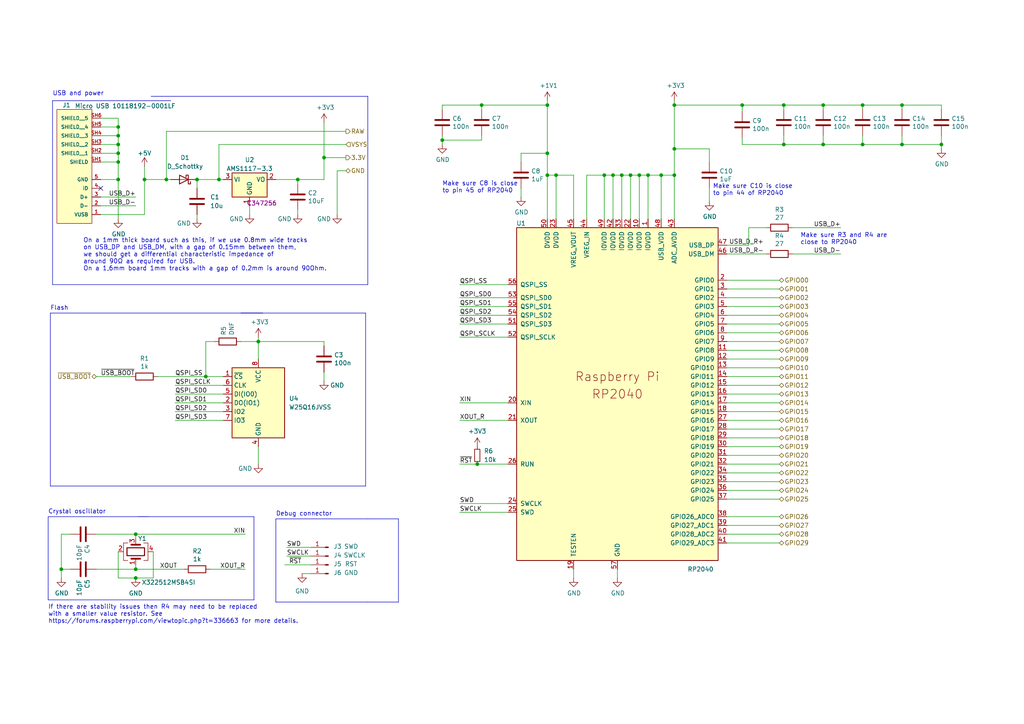
<source format=kicad_sch>
(kicad_sch (version 20231120) (generator "eeschema") (generator_version "8.0")
  (paper "A4")
  (lib_symbols
    (symbol "Connector:Conn_01x01_Pin" (pin_names (offset 1.016) hide)
      (property "Reference" "J" (at 0 2.54 0))
      (property "Value" "Conn_01x01_Pin" (at 0 -2.54 0))
      (symbol "Conn_01x01_Pin_1_1"
        (polyline (pts (xy 1.27 0) (xy 0.8636 0)) (stroke (width 0.1524)))
        (rectangle (start 0.8636 0.127) (end 0 -0.127) (stroke (width 0.1524)) (fill (type outline)))
        (pin passive line (at 5.08 0 180) (length 3.81) (name "Pin_1") (number "1"))
      )
    )
    (symbol "Custom_Symbols:RP2040" (pin_names (offset 1.016))
      (property "Reference" "U" (at -29.21 49.53 0))
      (property "Value" "RP2040" (at 24.13 -49.53 0))
      (symbol "RP2040_0_0"
        (text "Raspberry Pi" (at 0 5.08 0) (effects (font (size 2.54 2.54))))
        (text "RP2040" (at 0 0 0) (effects (font (size 2.54 2.54))))
      )
      (symbol "RP2040_0_1"
        (rectangle (start 29.21 48.26) (end -29.21 -48.26) (stroke (width 0.254)) (fill (type background)))
      )
      (symbol "RP2040_1_1"
        (pin power_in line (at 8.89 50.8 270) (length 2.54) (name "IOVDD") (number "1"))
        (pin power_in line (at 6.35 50.8 270) (length 2.54) (name "IOVDD") (number "10"))
        (pin bidirectional line (at 31.75 12.7 180) (length 2.54) (name "GPIO8") (number "11"))
        (pin bidirectional line (at 31.75 10.16 180) (length 2.54) (name "GPIO9") (number "12"))
        (pin bidirectional line (at 31.75 7.62 180) (length 2.54) (name "GPIO10") (number "13"))
        (pin bidirectional line (at 31.75 5.08 180) (length 2.54) (name "GPIO11") (number "14"))
        (pin bidirectional line (at 31.75 2.54 180) (length 2.54) (name "GPIO12") (number "15"))
        (pin bidirectional line (at 31.75 0 180) (length 2.54) (name "GPIO13") (number "16"))
        (pin bidirectional line (at 31.75 -2.54 180) (length 2.54) (name "GPIO14") (number "17"))
        (pin bidirectional line (at 31.75 -5.08 180) (length 2.54) (name "GPIO15") (number "18"))
        (pin passive line (at -12.7 -50.8 90) (length 2.54) (name "TESTEN") (number "19"))
        (pin bidirectional line (at 31.75 33.02 180) (length 2.54) (name "GPIO0") (number "2"))
        (pin input line (at -31.75 -2.54 0) (length 2.54) (name "XIN") (number "20"))
        (pin passive line (at -31.75 -7.62 0) (length 2.54) (name "XOUT") (number "21"))
        (pin power_in line (at 3.81 50.8 270) (length 2.54) (name "IOVDD") (number "22"))
        (pin power_in line (at -17.78 50.8 270) (length 2.54) (name "DVDD") (number "23"))
        (pin output line (at -31.75 -31.75 0) (length 2.54) (name "SWCLK") (number "24"))
        (pin bidirectional line (at -31.75 -34.29 0) (length 2.54) (name "SWD") (number "25"))
        (pin input line (at -31.75 -20.32 0) (length 2.54) (name "RUN") (number "26"))
        (pin bidirectional line (at 31.75 -7.62 180) (length 2.54) (name "GPIO16") (number "27"))
        (pin bidirectional line (at 31.75 -10.16 180) (length 2.54) (name "GPIO17") (number "28"))
        (pin bidirectional line (at 31.75 -12.7 180) (length 2.54) (name "GPIO18") (number "29"))
        (pin bidirectional line (at 31.75 30.48 180) (length 2.54) (name "GPIO1") (number "3"))
        (pin bidirectional line (at 31.75 -15.24 180) (length 2.54) (name "GPIO19") (number "30"))
        (pin bidirectional line (at 31.75 -17.78 180) (length 2.54) (name "GPIO20") (number "31"))
        (pin bidirectional line (at 31.75 -20.32 180) (length 2.54) (name "GPIO21") (number "32"))
        (pin power_in line (at 1.27 50.8 270) (length 2.54) (name "IOVDD") (number "33"))
        (pin bidirectional line (at 31.75 -22.86 180) (length 2.54) (name "GPIO22") (number "34"))
        (pin bidirectional line (at 31.75 -25.4 180) (length 2.54) (name "GPIO23") (number "35"))
        (pin bidirectional line (at 31.75 -27.94 180) (length 2.54) (name "GPIO24") (number "36"))
        (pin bidirectional line (at 31.75 -30.48 180) (length 2.54) (name "GPIO25") (number "37"))
        (pin bidirectional line (at 31.75 -35.56 180) (length 2.54) (name "GPIO26_ADC0") (number "38"))
        (pin bidirectional line (at 31.75 -38.1 180) (length 2.54) (name "GPIO27_ADC1") (number "39"))
        (pin bidirectional line (at 31.75 27.94 180) (length 2.54) (name "GPIO2") (number "4"))
        (pin bidirectional line (at 31.75 -40.64 180) (length 2.54) (name "GPIO28_ADC2") (number "40"))
        (pin bidirectional line (at 31.75 -43.18 180) (length 2.54) (name "GPIO29_ADC3") (number "41"))
        (pin power_in line (at -1.27 50.8 270) (length 2.54) (name "IOVDD") (number "42"))
        (pin power_in line (at 16.51 50.8 270) (length 2.54) (name "ADC_AVDD") (number "43"))
        (pin power_in line (at -8.89 50.8 270) (length 2.54) (name "VREG_IN") (number "44"))
        (pin power_out line (at -12.7 50.8 270) (length 2.54) (name "VREG_VOUT") (number "45"))
        (pin bidirectional line (at 31.75 40.64 180) (length 2.54) (name "USB_DM") (number "46"))
        (pin bidirectional line (at 31.75 43.18 180) (length 2.54) (name "USB_DP") (number "47"))
        (pin power_in line (at 12.7 50.8 270) (length 2.54) (name "USB_VDD") (number "48"))
        (pin power_in line (at -3.81 50.8 270) (length 2.54) (name "IOVDD") (number "49"))
        (pin bidirectional line (at 31.75 25.4 180) (length 2.54) (name "GPIO3") (number "5"))
        (pin power_in line (at -20.32 50.8 270) (length 2.54) (name "DVDD") (number "50"))
        (pin bidirectional line (at -31.75 20.32 0) (length 2.54) (name "QSPI_SD3") (number "51"))
        (pin output line (at -31.75 16.51 0) (length 2.54) (name "QSPI_SCLK") (number "52"))
        (pin bidirectional line (at -31.75 27.94 0) (length 2.54) (name "QSPI_SD0") (number "53"))
        (pin bidirectional line (at -31.75 22.86 0) (length 2.54) (name "QSPI_SD2") (number "54"))
        (pin bidirectional line (at -31.75 25.4 0) (length 2.54) (name "QSPI_SD1") (number "55"))
        (pin bidirectional line (at -31.75 31.75 0) (length 2.54) (name "QSPI_SS") (number "56"))
        (pin power_in line (at 0 -50.8 90) (length 2.54) (name "GND") (number "57"))
        (pin bidirectional line (at 31.75 22.86 180) (length 2.54) (name "GPIO4") (number "6"))
        (pin bidirectional line (at 31.75 20.32 180) (length 2.54) (name "GPIO5") (number "7"))
        (pin bidirectional line (at 31.75 17.78 180) (length 2.54) (name "GPIO6") (number "8"))
        (pin bidirectional line (at 31.75 15.24 180) (length 2.54) (name "GPIO7") (number "9"))
      )
    )
    (symbol "Device:C" (pin_numbers hide) (pin_names (offset 0.254))
      (property "Reference" "C" (at 0.635 2.54 0))
      (property "Value" "C" (at 0.635 -2.54 0))
      (symbol "C_0_1"
        (polyline (pts (xy -2.032 -0.762) (xy 2.032 -0.762)) (stroke (width 0.508)))
        (polyline (pts (xy -2.032 0.762) (xy 2.032 0.762)) (stroke (width 0.508)))
      )
      (symbol "C_1_1"
        (pin passive line (at 0 3.81 270) (length 2.794) (name "~") (number "1"))
        (pin passive line (at 0 -3.81 90) (length 2.794) (name "~") (number "2"))
      )
    )
    (symbol "Device:Crystal_GND24" (pin_names (offset 1.016) hide)
      (property "Reference" "Y" (at 3.175 5.08 0))
      (property "Value" "Crystal_GND24" (at 3.175 3.175 0))
      (symbol "Crystal_GND24_0_1"
        (rectangle (start -1.143 2.54) (end 1.143 -2.54) (stroke (width 0.3048)))
        (polyline (pts (xy -2.54 0) (xy -2.032 0)))
        (polyline (pts (xy -2.032 -1.27) (xy -2.032 1.27)) (stroke (width 0.508)))
        (polyline (pts (xy 0 -3.81) (xy 0 -3.556)))
        (polyline (pts (xy 0 3.556) (xy 0 3.81)))
        (polyline (pts (xy 2.032 -1.27) (xy 2.032 1.27)) (stroke (width 0.508)))
        (polyline (pts (xy 2.032 0) (xy 2.54 0)))
        (polyline (pts (xy -2.54 -2.286) (xy -2.54 -3.556) (xy 2.54 -3.556) (xy 2.54 -2.286)))
        (polyline (pts (xy -2.54 2.286) (xy -2.54 3.556) (xy 2.54 3.556) (xy 2.54 2.286)))
      )
      (symbol "Crystal_GND24_1_1"
        (pin passive line (at -3.81 0 0) (length 1.27) (name "1") (number "1"))
        (pin passive line (at 0 5.08 270) (length 1.27) (name "2") (number "2"))
        (pin passive line (at 3.81 0 180) (length 1.27) (name "3") (number "3"))
        (pin passive line (at 0 -5.08 90) (length 1.27) (name "4") (number "4"))
      )
    )
    (symbol "Device:D_Schottky" (pin_numbers hide) (pin_names (offset 1.016) hide)
      (property "Reference" "D" (at 0 2.54 0))
      (property "Value" "D_Schottky" (at 0 -2.54 0))
      (symbol "D_Schottky_0_1"
        (polyline (pts (xy 1.27 0) (xy -1.27 0)))
        (polyline (pts (xy 1.27 1.27) (xy 1.27 -1.27) (xy -1.27 0) (xy 1.27 1.27)) (stroke (width 0.254)))
        (polyline (pts (xy -1.905 0.635) (xy -1.905 1.27) (xy -1.27 1.27) (xy -1.27 -1.27) (xy -0.635 -1.27) (xy -0.635 -0.635)) (stroke (width 0.254)))
      )
      (symbol "D_Schottky_1_1"
        (pin passive line (at -3.81 0 0) (length 2.54) (name "K") (number "1"))
        (pin passive line (at 3.81 0 180) (length 2.54) (name "A") (number "2"))
      )
    )
    (symbol "Device:R" (pin_numbers hide) (pin_names (offset 0))
      (property "Reference" "R" (at 2.032 0 90))
      (property "Value" "R" (at 0 0 90))
      (symbol "R_0_1"
        (rectangle (start -1.016 -2.54) (end 1.016 2.54) (stroke (width 0.254)))
      )
      (symbol "R_1_1"
        (pin passive line (at 0 3.81 270) (length 1.27) (name "~") (number "1"))
        (pin passive line (at 0 -3.81 90) (length 1.27) (name "~") (number "2"))
      )
    )
    (symbol "Device:R_Small" (pin_numbers hide) (pin_names (offset 0.254) hide)
      (property "Reference" "R" (at 0.762 0.508 0))
      (property "Value" "R_Small" (at 0.762 -1.016 0))
      (symbol "R_Small_0_1"
        (rectangle (start -0.762 1.778) (end 0.762 -1.778) (stroke (width 0.2032)))
      )
      (symbol "R_Small_1_1"
        (pin passive line (at 0 2.54 270) (length 0.762) (name "~") (number "1"))
        (pin passive line (at 0 -2.54 90) (length 0.762) (name "~") (number "2"))
      )
    )
    (symbol "Memory_Flash:W25Q16JVSS"
      (property "Reference" "U" (at -6.35 11.43 0))
      (property "Value" "W25Q16JVSS" (at 7.62 11.43 0))
      (symbol "W25Q16JVSS_0_1"
        (rectangle (start -7.62 10.16) (end 7.62 -10.16) (stroke (width 0.254)) (fill (type background)))
      )
      (symbol "W25Q16JVSS_1_1"
        (pin input line (at -10.16 7.62 0) (length 2.54) (name "~{CS}") (number "1"))
        (pin bidirectional line (at -10.16 0 0) (length 2.54) (name "DO(IO1)") (number "2"))
        (pin bidirectional line (at -10.16 -2.54 0) (length 2.54) (name "IO2") (number "3"))
        (pin power_in line (at 0 -12.7 90) (length 2.54) (name "GND") (number "4"))
        (pin bidirectional line (at -10.16 2.54 0) (length 2.54) (name "DI(IO0)") (number "5"))
        (pin input line (at -10.16 5.08 0) (length 2.54) (name "CLK") (number "6"))
        (pin bidirectional line (at -10.16 -5.08 0) (length 2.54) (name "IO3") (number "7"))
        (pin power_in line (at 0 12.7 270) (length 2.54) (name "VCC") (number "8"))
      )
    )
    (symbol "_Own_Library:AMS1117-3.3 SOT-89"
      (property "Reference" "U" (at -3.81 3.175 0))
      (property "Value" "AMS1117-3.3 SOT-89" (at 0 3.175 0))
      (property "JLCPCB" "C347256" (at 0 0 0))
      (symbol "AMS1117-3.3 SOT-89_0_1"
        (rectangle (start -5.08 -5.08) (end 5.08 1.905) (stroke (width 0.254)) (fill (type background)))
      )
      (symbol "AMS1117-3.3 SOT-89_1_1"
        (pin power_in line (at 0 -7.62 90) (length 2.54) (name "GND") (number "1"))
        (pin power_out line (at 7.62 0 180) (length 2.54) (name "VO") (number "2"))
        (pin power_in line (at -7.62 0 0) (length 2.54) (name "VI") (number "3"))
      )
    )
    (symbol "_Own_Library:Micro USB 10118192-0001LF" (pin_names (offset 1.016))
      (property "Reference" "J" (at -5.0862 10.681 0))
      (property "Value" "Micro USB 10118192-0001LF" (at -5.0882 -25.4205 0))
      (symbol "Micro USB 10118192-0001LF_0_0"
        (rectangle (start -5.08 10.16) (end 5.08 -22.86) (stroke (width 0.1524)) (fill (type background)))
        (pin passive line (at -7.62 7.62 0) (length 2.54) (name "VUSB") (number "1"))
        (pin passive line (at -7.62 5.08 0) (length 2.54) (name "D-") (number "2"))
        (pin passive line (at -7.62 2.54 0) (length 2.54) (name "D+") (number "3"))
        (pin passive line (at -7.62 0 0) (length 2.54) (name "ID") (number "4"))
        (pin passive line (at -7.62 -2.54 0) (length 2.54) (name "GND") (number "5"))
        (pin passive line (at -7.62 -7.62 0) (length 2.54) (name "SHIELD") (number "SH1"))
        (pin passive line (at -7.62 -10.16 0) (length 2.54) (name "SHIELD__1") (number "SH2"))
        (pin passive line (at -7.62 -12.7 0) (length 2.54) (name "SHIELD__2") (number "SH3"))
        (pin passive line (at -7.62 -15.24 0) (length 2.54) (name "SHIELD__3") (number "SH4"))
        (pin passive line (at -7.62 -17.78 0) (length 2.54) (name "SHIELD__4") (number "SH5"))
        (pin passive line (at -7.62 -20.32 0) (length 2.54) (name "SHIELD__5") (number "SH6"))
      )
    )
    (symbol "power:+1V1" (power) (pin_names (offset 0))
      (property "Value" "+1V1" (at 0 3.556 0))
      (symbol "+1V1_0_1"
        (polyline (pts (xy -0.762 1.27) (xy 0 2.54)))
        (polyline (pts (xy 0 0) (xy 0 2.54)))
        (polyline (pts (xy 0 2.54) (xy 0.762 1.27)))
      )
      (symbol "+1V1_1_1"
        (pin power_in line (at 0 0 90) (length 0) hide (name "+1V1") (number "1"))
      )
    )
    (symbol "power:+3V3" (power) (pin_names (offset 0))
      (property "Value" "+3V3" (at 0 3.556 0))
      (symbol "+3V3_0_1"
        (polyline (pts (xy -0.762 1.27) (xy 0 2.54)))
        (polyline (pts (xy 0 0) (xy 0 2.54)))
        (polyline (pts (xy 0 2.54) (xy 0.762 1.27)))
      )
      (symbol "+3V3_1_1"
        (pin power_in line (at 0 0 90) (length 0) hide (name "+3V3") (number "1"))
      )
    )
    (symbol "power:+5V" (power) (pin_names (offset 0))
      (property "Value" "+5V" (at 0 3.556 0))
      (symbol "+5V_0_1"
        (polyline (pts (xy -0.762 1.27) (xy 0 2.54)))
        (polyline (pts (xy 0 0) (xy 0 2.54)))
        (polyline (pts (xy 0 2.54) (xy 0.762 1.27)))
      )
      (symbol "+5V_1_1"
        (pin power_in line (at 0 0 90) (length 0) hide (name "+5V") (number "1"))
      )
    )
    (symbol "power:GND" (power) (pin_names (offset 0))
      (property "Value" "GND" (at 0 -3.81 0))
      (symbol "GND_0_1"
        (polyline (pts (xy 0 0) (xy 0 -1.27) (xy 1.27 -1.27) (xy 0 -2.54) (xy -1.27 -1.27) (xy 0 -1.27)))
      )
      (symbol "GND_1_1"
        (pin power_in line (at 0 0 270) (length 0) hide (name "GND") (number "1"))
      )
    )
  )
  (junction (at 238.76 41.91))
  (junction (at 86.36 52.07))
  (junction (at 39.37 154.94))
  (junction (at 158.75 44.45))
  (junction (at 250.19 30.48))
  (junction (at 175.26 50.8))
  (junction (at 261.62 41.91))
  (junction (at 48.26 52.07))
  (junction (at 39.37 165.1))
  (junction (at 273.05 41.91))
  (junction (at 128.27 40.64))
  (junction (at 93.98 45.72))
  (junction (at 158.75 50.8))
  (junction (at 34.29 46.99))
  (junction (at 41.91 52.07))
  (junction (at 161.29 50.8))
  (junction (at 34.29 52.07))
  (junction (at 57.15 52.07))
  (junction (at 34.29 36.83))
  (junction (at 34.29 41.91))
  (junction (at 250.19 41.91))
  (junction (at 261.62 30.48))
  (junction (at 63.5 52.07))
  (junction (at 195.58 43.18))
  (junction (at 34.29 44.45))
  (junction (at 195.58 30.48))
  (junction (at 39.37 167.64))
  (junction (at 158.75 30.48))
  (junction (at 177.8 50.8))
  (junction (at 182.88 50.8))
  (junction (at 215.265 30.48))
  (junction (at 185.42 50.8))
  (junction (at 227.33 30.48))
  (junction (at 238.76 30.48))
  (junction (at 59.69 109.22))
  (junction (at 227.33 41.91))
  (junction (at 74.93 99.06))
  (junction (at 187.96 50.8))
  (junction (at 34.29 39.37))
  (junction (at 17.78 165.1))
  (junction (at 191.77 50.8))
  (junction (at 139.7 30.48))
  (junction (at 138.43 134.62))
  (junction (at 180.34 50.8))
  (junction (at 195.58 50.8))
  (no_connect (at 29.21 54.61))
  (wire (pts (xy 139.7 31.75) (xy 139.7 30.48)))
  (wire (pts (xy 151.13 44.45) (xy 158.75 44.45)))
  (wire (pts (xy 59.69 109.22) (xy 64.77 109.22)))
  (wire (pts (xy 210.82 114.3) (xy 226.06 114.3)))
  (wire (pts (xy 133.35 146.05) (xy 147.32 146.05)))
  (wire (pts (xy 205.74 43.18) (xy 195.58 43.18)))
  (wire (pts (xy 217.17 66.04) (xy 222.25 66.04)))
  (wire (pts (xy 50.8 121.92) (xy 64.77 121.92)))
  (wire (pts (xy 41.91 48.26) (xy 41.91 52.07)))
  (wire (pts (xy 128.27 40.64) (xy 128.27 41.91)))
  (wire (pts (xy 273.05 41.91) (xy 273.05 43.18)))
  (wire (pts (xy 139.7 40.64) (xy 139.7 39.37)))
  (wire (pts (xy 229.87 73.66) (xy 243.84 73.66)))
  (wire (pts (xy 210.82 127) (xy 226.06 127)))
  (wire (pts (xy 261.62 30.48) (xy 273.05 30.48)))
  (wire (pts (xy 128.27 39.37) (xy 128.27 40.64)))
  (wire (pts (xy 238.76 30.48) (xy 250.19 30.48)))
  (wire (pts (xy 166.37 63.5) (xy 166.37 50.8)))
  (wire (pts (xy 215.265 41.91) (xy 227.33 41.91)))
  (wire (pts (xy 57.15 63.5) (xy 57.15 62.23)))
  (wire (pts (xy 41.91 52.07) (xy 48.26 52.07)))
  (wire (pts (xy 86.36 53.34) (xy 86.36 52.07)))
  (wire (pts (xy 29.21 41.91) (xy 34.29 41.91)))
  (polyline (pts (xy 73.66 173.99) (xy 73.66 149.86)))
  (wire (pts (xy 273.05 39.37) (xy 273.05 41.91)))
  (wire (pts (xy 215.265 40.005) (xy 215.265 41.91)))
  (wire (pts (xy 180.34 50.8) (xy 182.88 50.8)))
  (wire (pts (xy 93.98 45.72) (xy 93.98 35.56)))
  (wire (pts (xy 185.42 50.8) (xy 187.96 50.8)))
  (polyline (pts (xy 43.815 27.94) (xy 106.68 27.94)))
  (wire (pts (xy 29.21 52.07) (xy 34.29 52.07)))
  (wire (pts (xy 86.36 60.96) (xy 86.36 62.23)))
  (polyline (pts (xy 40.005 149.86) (xy 73.66 149.86)))
  (wire (pts (xy 74.93 97.79) (xy 74.93 99.06)))
  (wire (pts (xy 133.35 116.84) (xy 147.32 116.84)))
  (wire (pts (xy 170.18 50.8) (xy 175.26 50.8)))
  (wire (pts (xy 170.18 63.5) (xy 170.18 50.8)))
  (wire (pts (xy 44.45 167.64) (xy 39.37 167.64)))
  (wire (pts (xy 210.82 154.94) (xy 226.06 154.94)))
  (wire (pts (xy 39.37 165.1) (xy 53.34 165.1)))
  (wire (pts (xy 250.19 39.37) (xy 250.19 41.91)))
  (wire (pts (xy 29.21 44.45) (xy 34.29 44.45)))
  (wire (pts (xy 29.21 34.29) (xy 34.29 34.29)))
  (wire (pts (xy 182.88 63.5) (xy 182.88 50.8)))
  (wire (pts (xy 191.77 63.5) (xy 191.77 50.8)))
  (wire (pts (xy 227.33 39.37) (xy 227.33 41.91)))
  (wire (pts (xy 250.19 30.48) (xy 261.62 30.48)))
  (polyline (pts (xy 13.97 149.86) (xy 13.97 173.99)))
  (polyline (pts (xy 80.01 150.495) (xy 106.68 150.495)))
  (wire (pts (xy 238.76 31.75) (xy 238.76 30.48)))
  (wire (pts (xy 39.37 156.21) (xy 39.37 154.94)))
  (wire (pts (xy 128.27 31.75) (xy 128.27 30.48)))
  (wire (pts (xy 20.32 165.1) (xy 17.78 165.1)))
  (wire (pts (xy 210.82 96.52) (xy 226.06 96.52)))
  (wire (pts (xy 210.82 109.22) (xy 226.06 109.22)))
  (wire (pts (xy 63.5 41.91) (xy 63.5 52.07)))
  (wire (pts (xy 87.63 166.37) (xy 90.17 166.37)))
  (wire (pts (xy 133.35 91.44) (xy 147.32 91.44)))
  (wire (pts (xy 215.265 32.385) (xy 215.265 30.48)))
  (wire (pts (xy 133.35 86.36) (xy 147.32 86.36)))
  (wire (pts (xy 80.01 52.07) (xy 86.36 52.07)))
  (wire (pts (xy 210.82 129.54) (xy 226.06 129.54)))
  (polyline (pts (xy 106.68 82.55) (xy 106.68 27.94)))
  (polyline (pts (xy 80.01 150.495) (xy 80.01 174.625)))
  (wire (pts (xy 138.43 134.62) (xy 147.32 134.62)))
  (wire (pts (xy 49.53 52.07) (xy 48.26 52.07)))
  (wire (pts (xy 210.82 91.44) (xy 226.06 91.44)))
  (wire (pts (xy 50.8 111.76) (xy 64.77 111.76)))
  (wire (pts (xy 34.29 167.64) (xy 39.37 167.64)))
  (polyline (pts (xy 115.57 150.495) (xy 115.57 174.625)))
  (wire (pts (xy 261.62 41.91) (xy 273.05 41.91)))
  (wire (pts (xy 179.07 165.1) (xy 179.07 167.64)))
  (wire (pts (xy 133.35 134.62) (xy 138.43 134.62)))
  (polyline (pts (xy 76.2 90.805) (xy 14.605 90.805)))
  (wire (pts (xy 177.8 50.8) (xy 180.34 50.8)))
  (wire (pts (xy 133.35 148.59) (xy 147.32 148.59)))
  (wire (pts (xy 273.05 31.75) (xy 273.05 30.48)))
  (polyline (pts (xy 13.97 173.99) (xy 73.66 173.99)))
  (wire (pts (xy 128.27 30.48) (xy 139.7 30.48)))
  (wire (pts (xy 210.82 134.62) (xy 226.06 134.62)))
  (wire (pts (xy 210.82 111.76) (xy 226.06 111.76)))
  (wire (pts (xy 39.37 154.94) (xy 71.12 154.94)))
  (wire (pts (xy 27.94 109.22) (xy 38.1 109.22)))
  (wire (pts (xy 59.69 99.06) (xy 62.23 99.06)))
  (wire (pts (xy 210.82 152.4) (xy 226.06 152.4)))
  (wire (pts (xy 86.36 52.07) (xy 93.98 52.07)))
  (wire (pts (xy 139.7 30.48) (xy 158.75 30.48)))
  (wire (pts (xy 195.58 50.8) (xy 195.58 63.5)))
  (wire (pts (xy 34.29 160.02) (xy 34.29 167.64)))
  (wire (pts (xy 29.21 39.37) (xy 34.29 39.37)))
  (wire (pts (xy 93.98 99.06) (xy 74.93 99.06)))
  (wire (pts (xy 151.13 54.61) (xy 151.13 57.15)))
  (wire (pts (xy 57.15 52.07) (xy 57.15 54.61)))
  (wire (pts (xy 158.75 44.45) (xy 158.75 50.8)))
  (wire (pts (xy 74.93 99.06) (xy 74.93 104.14)))
  (wire (pts (xy 161.29 50.8) (xy 158.75 50.8)))
  (wire (pts (xy 83.185 161.29) (xy 90.17 161.29)))
  (wire (pts (xy 210.82 83.82) (xy 226.06 83.82)))
  (wire (pts (xy 133.35 93.98) (xy 147.32 93.98)))
  (wire (pts (xy 261.62 31.75) (xy 261.62 30.48)))
  (wire (pts (xy 180.34 63.5) (xy 180.34 50.8)))
  (wire (pts (xy 210.82 119.38) (xy 226.06 119.38)))
  (wire (pts (xy 227.33 31.75) (xy 227.33 30.48)))
  (wire (pts (xy 182.88 50.8) (xy 185.42 50.8)))
  (polyline (pts (xy 15.24 82.55) (xy 106.68 82.55)))
  (wire (pts (xy 210.82 121.92) (xy 226.06 121.92)))
  (wire (pts (xy 69.85 99.06) (xy 74.93 99.06)))
  (wire (pts (xy 34.29 63.5) (xy 34.29 52.07)))
  (wire (pts (xy 57.15 52.07) (xy 63.5 52.07)))
  (wire (pts (xy 74.93 129.54) (xy 74.93 134.62)))
  (wire (pts (xy 41.91 62.23) (xy 41.91 52.07)))
  (wire (pts (xy 29.21 57.15) (xy 39.37 57.15)))
  (polyline (pts (xy 43.18 149.86) (xy 13.97 149.86)))
  (wire (pts (xy 34.29 34.29) (xy 34.29 36.83)))
  (wire (pts (xy 187.96 50.8) (xy 191.77 50.8)))
  (wire (pts (xy 27.94 154.94) (xy 39.37 154.94)))
  (wire (pts (xy 210.82 71.12) (xy 217.17 71.12)))
  (wire (pts (xy 227.33 30.48) (xy 238.76 30.48)))
  (wire (pts (xy 166.37 165.1) (xy 166.37 167.64)))
  (wire (pts (xy 210.82 124.46) (xy 226.06 124.46)))
  (wire (pts (xy 100.33 38.1) (xy 48.26 38.1)))
  (wire (pts (xy 210.82 157.48) (xy 226.06 157.48)))
  (wire (pts (xy 29.21 59.69) (xy 39.37 59.69)))
  (wire (pts (xy 39.37 163.83) (xy 39.37 165.1)))
  (wire (pts (xy 238.76 41.91) (xy 227.33 41.91)))
  (wire (pts (xy 217.17 66.04) (xy 217.17 71.12)))
  (polyline (pts (xy 49.53 29.21) (xy 15.24 29.21)))
  (wire (pts (xy 215.265 30.48) (xy 227.33 30.48)))
  (wire (pts (xy 63.5 52.07) (xy 64.77 52.07)))
  (wire (pts (xy 161.29 63.5) (xy 161.29 50.8)))
  (wire (pts (xy 195.58 30.48) (xy 195.58 43.18)))
  (wire (pts (xy 210.82 104.14) (xy 226.06 104.14)))
  (wire (pts (xy 93.98 107.95) (xy 93.98 110.49)))
  (wire (pts (xy 238.76 39.37) (xy 238.76 41.91)))
  (wire (pts (xy 210.82 139.7) (xy 226.06 139.7)))
  (wire (pts (xy 17.78 154.94) (xy 17.78 165.1)))
  (wire (pts (xy 72.39 59.69) (xy 72.39 62.23)))
  (wire (pts (xy 210.82 142.24) (xy 226.06 142.24)))
  (wire (pts (xy 185.42 63.5) (xy 185.42 50.8)))
  (wire (pts (xy 210.82 81.28) (xy 226.06 81.28)))
  (wire (pts (xy 34.29 41.91) (xy 34.29 39.37)))
  (wire (pts (xy 210.82 88.9) (xy 226.06 88.9)))
  (wire (pts (xy 48.26 38.1) (xy 48.26 52.07)))
  (wire (pts (xy 166.37 50.8) (xy 161.29 50.8)))
  (polyline (pts (xy 106.045 140.97) (xy 106.045 90.805)))
  (wire (pts (xy 195.58 43.18) (xy 195.58 50.8)))
  (wire (pts (xy 133.35 88.9) (xy 147.32 88.9)))
  (wire (pts (xy 97.79 49.53) (xy 97.79 62.23)))
  (wire (pts (xy 20.32 154.94) (xy 17.78 154.94)))
  (wire (pts (xy 205.74 46.99) (xy 205.74 43.18)))
  (wire (pts (xy 90.17 163.83) (xy 82.55 163.83)))
  (wire (pts (xy 63.5 41.91) (xy 100.33 41.91)))
  (wire (pts (xy 50.8 114.3) (xy 64.77 114.3)))
  (wire (pts (xy 128.27 40.64) (xy 139.7 40.64)))
  (wire (pts (xy 45.72 109.22) (xy 59.69 109.22)))
  (wire (pts (xy 44.45 160.02) (xy 44.45 167.64)))
  (wire (pts (xy 191.77 50.8) (xy 195.58 50.8)))
  (wire (pts (xy 210.82 101.6) (xy 226.06 101.6)))
  (polyline (pts (xy 69.85 90.805) (xy 106.045 90.805)))
  (wire (pts (xy 93.98 45.72) (xy 100.33 45.72)))
  (wire (pts (xy 83.185 158.75) (xy 90.17 158.75)))
  (wire (pts (xy 100.33 49.53) (xy 97.79 49.53)))
  (polyline (pts (xy 14.605 90.805) (xy 14.605 140.97)))
  (wire (pts (xy 147.32 97.79) (xy 133.35 97.79)))
  (wire (pts (xy 210.82 73.66) (xy 222.25 73.66)))
  (wire (pts (xy 50.8 116.84) (xy 64.77 116.84)))
  (wire (pts (xy 151.13 46.99) (xy 151.13 44.45)))
  (wire (pts (xy 210.82 93.98) (xy 226.06 93.98)))
  (wire (pts (xy 195.58 30.48) (xy 215.265 30.48)))
  (wire (pts (xy 210.82 86.36) (xy 226.06 86.36)))
  (wire (pts (xy 261.62 41.91) (xy 250.19 41.91)))
  (polyline (pts (xy 14.605 140.97) (xy 106.045 140.97)))
  (wire (pts (xy 93.98 100.33) (xy 93.98 99.06)))
  (wire (pts (xy 175.26 50.8) (xy 177.8 50.8)))
  (polyline (pts (xy 15.24 29.21) (xy 15.24 82.55)))
  (wire (pts (xy 17.78 165.1) (xy 17.78 167.64)))
  (wire (pts (xy 210.82 149.86) (xy 226.06 149.86)))
  (wire (pts (xy 29.21 62.23) (xy 41.91 62.23)))
  (wire (pts (xy 34.29 52.07) (xy 34.29 46.99)))
  (wire (pts (xy 187.96 50.8) (xy 187.96 63.5)))
  (wire (pts (xy 93.98 52.07) (xy 93.98 45.72)))
  (wire (pts (xy 210.82 137.16) (xy 226.06 137.16)))
  (wire (pts (xy 210.82 116.84) (xy 226.06 116.84)))
  (wire (pts (xy 60.96 165.1) (xy 71.12 165.1)))
  (wire (pts (xy 34.29 36.83) (xy 29.21 36.83)))
  (wire (pts (xy 158.75 29.21) (xy 158.75 30.48)))
  (wire (pts (xy 229.87 66.04) (xy 243.84 66.04)))
  (wire (pts (xy 147.32 82.55) (xy 133.35 82.55)))
  (wire (pts (xy 27.94 165.1) (xy 39.37 165.1)))
  (wire (pts (xy 34.29 39.37) (xy 34.29 36.83)))
  (wire (pts (xy 210.82 106.68) (xy 226.06 106.68)))
  (wire (pts (xy 205.74 54.61) (xy 205.74 58.42)))
  (wire (pts (xy 210.82 144.78) (xy 226.06 144.78)))
  (polyline (pts (xy 106.68 150.495) (xy 115.57 150.495)))
  (wire (pts (xy 29.21 46.99) (xy 34.29 46.99)))
  (wire (pts (xy 261.62 39.37) (xy 261.62 41.91)))
  (wire (pts (xy 59.69 99.06) (xy 59.69 109.22)))
  (wire (pts (xy 177.8 63.5) (xy 177.8 50.8)))
  (wire (pts (xy 210.82 132.08) (xy 226.06 132.08)))
  (polyline (pts (xy 80.01 174.625) (xy 106.68 174.625)))
  (wire (pts (xy 158.75 50.8) (xy 158.75 63.5)))
  (wire (pts (xy 250.19 41.91) (xy 238.76 41.91)))
  (wire (pts (xy 50.8 119.38) (xy 64.77 119.38)))
  (wire (pts (xy 195.58 29.21) (xy 195.58 30.48)))
  (wire (pts (xy 158.75 30.48) (xy 158.75 44.45)))
  (polyline (pts (xy 115.57 174.625) (xy 106.68 174.625)))
  (wire (pts (xy 210.82 99.06) (xy 226.06 99.06)))
  (wire (pts (xy 147.32 121.92) (xy 133.35 121.92)))
  (wire (pts (xy 34.29 46.99) (xy 34.29 44.45)))
  (wire (pts (xy 250.19 31.75) (xy 250.19 30.48)))
  (wire (pts (xy 175.26 63.5) (xy 175.26 50.8)))
  (wire (pts (xy 34.29 44.45) (xy 34.29 41.91)))
  (text "Make sure C8 is close\nto pin 45 of RP2040" (at 128.27 56.134 0) (effects (font (size 1.27 1.27)) (justify left bottom)))
  (text "USB and power" (at 15.24 27.94 0) (effects (font (size 1.27 1.27)) (justify left bottom)))
  (text "Make sure C10 is close\nto pin 44 of RP2040" (at 206.756 56.896 0) (effects (font (size 1.27 1.27)) (justify left bottom)))
  (text "Make sure R3 and R4 are\nclose to RP2040" (at 232.156 71.12 0) (effects (font (size 1.27 1.27)) (justify left bottom)))
  (text "Debug connector" (at 80.01 149.86 0) (effects (font (size 1.27 1.27)) (justify left bottom)))
  (text "If there are stability issues then R4 may need to be replaced\nwith a smaller value resistor. See \nhttps://forums.raspberrypi.com/viewtopic.php?t=336663 for more details." (at 13.97 180.975 0) (effects (font (size 1.27 1.27)) (justify left bottom)))
  (text "On a 1mm thick board such as this, if we use 0.8mm wide tracks\non USB_DP and USB_DM, with a gap of 0.15mm between them,\nwe should get a differential characteristic impedance of\naround 90Ω as required for USB.\nOn a 1,6mm board 1mm tracks with a gap of 0.2mm is around 90Ohm." (at 24.13 73.914 0) (effects (font (size 1.27 1.27)) (justify left)))
  (text "Flash" (at 14.605 90.17 0) (effects (font (size 1.27 1.27)) (justify left bottom)))
  (text "Crystal oscillator" (at 13.97 149.225 0) (effects (font (size 1.27 1.27)) (justify left bottom)))
  (label "XOUT_R" (at 133.35 121.92 0))
  (label "QSPI_SD1" (at 133.35 88.9 0))
  (label "SWCLK" (at 83.185 161.29 0))
  (label "XOUT" (at 46.355 165.1 0))
  (label "USB_D-" (at 243.84 73.66 180))
  (label "QSPI_SCLK" (at 133.35 97.79 0))
  (label "QSPI_SD0" (at 50.8 114.3 0))
  (label "XIN" (at 133.35 116.84 0))
  (label "QSPI_SD2" (at 50.8 119.38 0))
  (label "SWD" (at 133.35 146.05 0))
  (label "QSPI_SD0" (at 133.35 86.36 0))
  (label "QSPI_SD3" (at 50.8 121.92 0))
  (label "QSPI_SD3" (at 133.35 93.98 0))
  (label "SWD" (at 83.185 158.75 0))
  (label "QSPI_SD1" (at 50.8 116.84 0))
  (label "USB_D_R-" (at 211.455 73.66 0))
  (label "QSPI_SS" (at 133.35 82.55 0))
  (label "~{RST}" (at 83.82 163.83 0))
  (label "QSPI_SCLK" (at 50.8 111.76 0))
  (label "USB_D+" (at 39.37 57.15 180))
  (label "SWCLK" (at 133.35 148.59 0))
  (label "QSPI_SS" (at 50.8 109.22 0))
  (label "QSPI_SD2" (at 133.35 91.44 0))
  (label "USB_D_R+" (at 211.455 71.12 0))
  (label "~{USB_BOOT}" (at 29.21 109.22 0))
  (label "~{RST}" (at 133.35 134.62 0))
  (label "XOUT_R" (at 71.12 165.1 180))
  (label "XIN" (at 71.12 154.94 180))
  (label "USB_D+" (at 243.84 66.04 180))
  (label "USB_D-" (at 39.37 59.69 180))
  (hierarchical_label "GPIO26" (shape bidirectional) (at 226.06 149.86 0))
  (hierarchical_label "GPIO00" (shape bidirectional) (at 226.06 81.28 0))
  (hierarchical_label "GPIO25" (shape bidirectional) (at 226.06 144.78 0))
  (hierarchical_label "RAW" (shape output) (at 100.33 38.1 0))
  (hierarchical_label "GPIO09" (shape bidirectional) (at 226.06 104.14 0))
  (hierarchical_label "GPIO01" (shape bidirectional) (at 226.06 83.82 0))
  (hierarchical_label "GND" (shape bidirectional) (at 100.33 49.53 0))
  (hierarchical_label "GPIO02" (shape bidirectional) (at 226.06 86.36 0))
  (hierarchical_label "VSYS" (shape input) (at 100.33 41.91 0))
  (hierarchical_label "GPIO17" (shape bidirectional) (at 226.06 124.46 0))
  (hierarchical_label "GPIO24" (shape bidirectional) (at 226.06 142.24 0))
  (hierarchical_label "GPIO27" (shape bidirectional) (at 226.06 152.4 0))
  (hierarchical_label "GPIO29" (shape bidirectional) (at 226.06 157.48 0))
  (hierarchical_label "GPIO06" (shape bidirectional) (at 226.06 96.52 0))
  (hierarchical_label "GPIO23" (shape bidirectional) (at 226.06 139.7 0))
  (hierarchical_label "GPIO04" (shape bidirectional) (at 226.06 91.44 0))
  (hierarchical_label "GPIO11" (shape bidirectional) (at 226.06 109.22 0))
  (hierarchical_label "GPIO13" (shape bidirectional) (at 226.06 114.3 0))
  (hierarchical_label "GPIO21" (shape bidirectional) (at 226.06 134.62 0))
  (hierarchical_label "GPIO08" (shape bidirectional) (at 226.06 101.6 0))
  (hierarchical_label "GPIO28" (shape bidirectional) (at 226.06 154.94 0))
  (hierarchical_label "GPIO22" (shape bidirectional) (at 226.06 137.16 0))
  (hierarchical_label "GPIO10" (shape bidirectional) (at 226.06 106.68 0))
  (hierarchical_label "GPIO19" (shape bidirectional) (at 226.06 129.54 0))
  (hierarchical_label "GPIO20" (shape bidirectional) (at 226.06 132.08 0))
  (hierarchical_label "GPIO07" (shape bidirectional) (at 226.06 99.06 0))
  (hierarchical_label "~{USB_BOOT}" (shape bidirectional) (at 27.94 109.22 180))
  (hierarchical_label "GPIO16" (shape bidirectional) (at 226.06 121.92 0))
  (hierarchical_label "GPIO05" (shape bidirectional) (at 226.06 93.98 0))
  (hierarchical_label "GPIO03" (shape bidirectional) (at 226.06 88.9 0))
  (hierarchical_label "GPIO15" (shape bidirectional) (at 226.06 119.38 0))
  (hierarchical_label "GPIO12" (shape bidirectional) (at 226.06 111.76 0))
  (hierarchical_label "GPIO18" (shape bidirectional) (at 226.06 127 0))
  (hierarchical_label "3.3V" (shape output) (at 100.33 45.72 0))
  (hierarchical_label "GPIO14" (shape bidirectional) (at 226.06 116.84 0))
  (symbol (lib_id "power:+5V") (at 41.91 48.26 0) (unit 1)
    (property "Reference" "#PWR0113" (effects (hide yes)))
    (property "Value" "+5V" (at 41.91 44.45 0))
  )
  (symbol (lib_id "power:GND") (at 72.39 62.23 0) (unit 1)
    (property "Reference" "#PWR0110" (effects (hide yes)))
    (property "Value" "GND" (at 68.58 63.5 0))
  )
  (symbol (lib_id "power:+1V1") (at 158.75 29.21 0) (unit 1)
    (property "Reference" "#PWR037" (effects (hide yes)))
    (property "Value" "+1V1" (at 159.131 24.8158 0))
  )
  (symbol (lib_id "power:GND") (at 179.07 167.64 0) (unit 1)
    (property "Reference" "#PWR039" (effects (hide yes)))
    (property "Value" "GND" (at 179.197 172.0342 0))
  )
  (symbol (lib_id "Device:C") (at 205.74 50.8 0) (unit 1)
    (property "Reference" "C10" (at 208.661 49.6316 0) (effects (justify left)))
    (property "Value" "1uF" (at 208.661 51.943 0) (effects (justify left)))
    (property "Footprint" "Capacitor_SMD:C_0402_1005Metric" (effects (hide yes)))
    (property "MPN - JLCPCB" "C52923" (effects (hide yes)))
  )
  (symbol (lib_id "power:GND") (at 34.29 63.5 0) (unit 1)
    (property "Reference" "#PWR03" (effects (hide yes)))
    (property "Value" "GND" (at 34.417 67.8942 0))
  )
  (symbol (lib_id "Device:Crystal_GND24") (at 39.37 160.02 90) (unit 1)
    (property "Reference" "Y1" (at 41.275 156.21 90))
    (property "Value" "X322512MSB4SI" (at 48.895 168.91 90))
    (property "Footprint" "Crystal:Crystal_SMD_3225-4Pin_3.2x2.5mm" (effects (hide yes)))
    (property "MPN - JLCPCB" "C9002" (effects (hide yes)))
  )
  (symbol (lib_id "Custom_Symbols:RP2040") (at 179.07 114.3 0) (unit 1)
    (property "Reference" "U1" (at 151.13 64.77 0))
    (property "Value" "RP2040" (at 203.2 165.1 0))
    (property "Footprint" "_Neil:QFN56P40_700X700X90L40X18T310N" (effects (hide yes)))
    (property "Datasheet" "https://datasheets.raspberrypi.com/rp2040/rp2040-datasheet.pdf" (effects (hide yes)))
    (property "MPN - JLCPCB" "C2040" (effects (hide yes)))
  )
  (symbol (lib_id "power:+3V3") (at 138.43 129.54 0) (unit 1)
    (property "Reference" "#PWR02" (effects (hide yes)))
    (property "Value" "+3V3" (at 138.43 125.095 0))
  )
  (symbol (lib_id "Device:R") (at 41.91 109.22 270) (unit 1)
    (property "Reference" "R1" (at 41.91 103.9622 90))
    (property "Value" "1k" (at 41.91 106.2736 90))
    (property "Footprint" "Resistor_SMD:R_0402_1005Metric" (effects (hide yes)))
    (property "MPN - JLCPCB" "C11702" (effects (hide yes)))
  )
  (symbol (lib_id "power:GND") (at 205.74 58.42 0) (unit 1)
    (property "Reference" "#PWR08" (effects (hide yes)))
    (property "Value" "GND" (at 205.867 62.8142 0))
  )
  (symbol (lib_id "power:GND") (at 39.37 167.64 0) (unit 1)
    (property "Reference" "#PWR05" (effects (hide yes)))
    (property "Value" "GND" (at 39.37 172.085 0))
  )
  (symbol (lib_id "Device:C") (at 227.33 35.56 0) (unit 1)
    (property "Reference" "C11" (at 230.251 34.3916 0) (effects (justify left)))
    (property "Value" "100n" (at 230.251 36.703 0) (effects (justify left)))
    (property "Footprint" "Capacitor_SMD:C_0402_1005Metric" (effects (hide yes)))
    (property "MPN - JLCPCB" "C52923" (effects (hide yes)))
  )
  (symbol (lib_id "Device:C") (at 215.265 36.195 0) (unit 1)
    (property "Reference" "C9" (at 218.186 35.0266 0) (effects (justify left)))
    (property "Value" "100n" (at 218.186 37.338 0) (effects (justify left)))
    (property "Footprint" "Capacitor_SMD:C_0402_1005Metric" (effects (hide yes)))
    (property "MPN - JLCPCB" "C52923" (effects (hide yes)))
  )
  (symbol (lib_id "Device:C") (at 128.27 35.56 0) (unit 1)
    (property "Reference" "C6" (at 131.191 34.3916 0) (effects (justify left)))
    (property "Value" "100n" (at 131.191 36.703 0) (effects (justify left)))
    (property "Footprint" "Capacitor_SMD:C_0402_1005Metric" (effects (hide yes)))
    (property "MPN - JLCPCB" "C52923" (effects (hide yes)))
  )
  (symbol (lib_id "Device:C") (at 261.62 35.56 0) (unit 1)
    (property "Reference" "C14" (at 264.541 34.3916 0) (effects (justify left)))
    (property "Value" "100n" (at 264.541 36.703 0) (effects (justify left)))
    (property "Footprint" "Capacitor_SMD:C_0402_1005Metric" (effects (hide yes)))
    (property "MPN - JLCPCB" "C52923" (effects (hide yes)))
  )
  (symbol (lib_id "power:GND") (at 273.05 43.18 0) (unit 1)
    (property "Reference" "#PWR042" (effects (hide yes)))
    (property "Value" "GND" (at 273.177 47.5742 0))
  )
  (symbol (lib_id "Connector:Conn_01x01_Pin") (at 95.25 163.83 180) (unit 1)
    (property "Reference" "J5" (at 97.917 163.576 0))
    (property "Value" "RST" (at 101.854 163.576 0))
    (property "Footprint" "TestPoint:TestPoint_Pad_1.0x1.0mm" (effects (hide yes)))
    (property "Description" "Generic connector, single row, 01x01, script generated" (effects (hide yes)))
  )
  (symbol (lib_id "power:GND") (at 97.79 62.23 0) (unit 1)
    (property "Reference" "#PWR012" (effects (hide yes)))
    (property "Value" "GND" (at 93.98 63.5 0))
  )
  (symbol (lib_id "Device:D_Schottky") (at 53.34 52.07 180) (unit 1)
    (property "Reference" "D1" (at 53.6575 45.72 0))
    (property "Value" "D_Schottky" (at 53.6575 48.26 0))
    (property "Footprint" "Diode_SMD:D_SOD-123" (effects (hide yes)))
    (property "Description" "Schottky diode" (effects (hide yes)))
    (property "JLCPCB" "C5377901" (effects (hide yes)))
  )
  (symbol (lib_id "Device:R") (at 226.06 66.04 270) (unit 1)
    (property "Reference" "R3" (at 226.06 60.7822 90))
    (property "Value" "27" (at 226.06 63.0936 90))
    (property "Footprint" "Resistor_SMD:R_0402_1005Metric" (effects (hide yes)))
    (property "MPN - JLCPCB" "C25190" (effects (hide yes)))
  )
  (symbol (lib_id "Device:C") (at 139.7 35.56 0) (unit 1)
    (property "Reference" "C7" (at 142.621 34.3916 0) (effects (justify left)))
    (property "Value" "100n" (at 142.621 36.703 0) (effects (justify left)))
    (property "Footprint" "Capacitor_SMD:C_0402_1005Metric" (effects (hide yes)))
    (property "MPN - JLCPCB" "C52923" (effects (hide yes)))
  )
  (symbol (lib_id "Device:C") (at 250.19 35.56 0) (unit 1)
    (property "Reference" "C13" (at 253.111 34.3916 0) (effects (justify left)))
    (property "Value" "100n" (at 253.111 36.703 0) (effects (justify left)))
    (property "Footprint" "Capacitor_SMD:C_0402_1005Metric" (effects (hide yes)))
    (property "MPN - JLCPCB" "C52923" (effects (hide yes)))
  )
  (symbol (lib_id "power:GND") (at 151.13 57.15 0) (unit 1)
    (property "Reference" "#PWR06" (effects (hide yes)))
    (property "Value" "GND" (at 151.257 61.5442 0))
  )
  (symbol (lib_id "_Own_Library:AMS1117-3.3 SOT-89") (at 72.39 52.07 0) (unit 1)
    (property "Reference" "U2" (at 72.39 46.355 0))
    (property "Value" "AMS1117-3.3" (at 72.39 48.895 0))
    (property "Footprint" "Package_TO_SOT_SMD:SOT-89-3" (effects (hide yes)))
    (property "Datasheet" "http://www.advanced-monolithic.com/pdf/ds1117.pdf" (effects (hide yes)))
    (property "Description" "1A Low Dropout regulator, positive, 3.3V fixed output, SOT-223" (effects (hide yes)))
    (property "JLCPCB" "C347256" (at 75.946 58.928 0))
  )
  (symbol (lib_id "power:GND") (at 93.98 110.49 0) (unit 1)
    (property "Reference" "#PWR0103" (effects (hide yes)))
    (property "Value" "GND" (at 97.79 111.76 0))
  )
  (symbol (lib_id "Device:R") (at 57.15 165.1 270) (unit 1)
    (property "Reference" "R2" (at 57.15 159.8422 90))
    (property "Value" "1k" (at 57.15 162.1536 90))
    (property "Footprint" "Resistor_SMD:R_0402_1005Metric" (effects (hide yes)))
    (property "MPN - JLCPCB" "C11702" (effects (hide yes)))
  )
  (symbol (lib_id "Device:R_Small") (at 138.43 132.08 0) (unit 1)
    (property "Reference" "R6" (at 140.335 130.8099 0) (effects (justify left)))
    (property "Value" "10k" (at 140.335 133.3499 0) (effects (justify left)))
    (property "Footprint" "Resistor_SMD:R_0402_1005Metric" (effects (hide yes)))
    (property "MPN - JLCPCB" "C25744" (effects (hide yes)))
  )
  (symbol (lib_id "power:GND") (at 86.36 62.23 0) (unit 1)
    (property "Reference" "#PWR034" (effects (hide yes)))
    (property "Value" "GND" (at 82.55 63.5 0))
  )
  (symbol (lib_id "Device:C") (at 86.36 57.15 0) (unit 1)
    (property "Reference" "C2" (at 89.281 55.9816 0) (effects (justify left)))
    (property "Value" "10uF" (at 89.281 58.293 0) (effects (justify left)))
    (property "Footprint" "Capacitor_SMD:C_0402_1005Metric" (effects (hide yes)))
    (property "MPN - JLCPCB" "C52923" (effects (hide yes)))
  )
  (symbol (lib_id "Memory_Flash:W25Q16JVSS") (at 74.93 116.84 0) (unit 1)
    (property "Reference" "U4" (at 83.82 115.5699 0) (effects (justify left)))
    (property "Value" "W25Q16JVSS" (at 83.82 118.1099 0) (effects (justify left)))
    (property "Footprint" "Package_SON:Winbond_USON-8-1EP_3x2mm_P0.5mm_EP0.2x1.6mm" (effects (hide yes)))
    (property "Datasheet" "https://www.winbond.com/hq/support/documentation/levelOne.jsp?__locale=en&DocNo=DA00-W25Q16JV.1" (effects (hide yes)))
    (property "Description" "16Mb Serial Flash Memory, Standard/Dual/Quad SPI, SOIC-8" (effects (hide yes)))
    (property "JLCPCB" "C2843335" (effects (hide yes)))
  )
  (symbol (lib_id "Device:C") (at 24.13 165.1 270) (unit 1)
    (property "Reference" "C5" (at 25.2984 168.021 0) (effects (justify left)))
    (property "Value" "10pF" (at 22.987 168.021 0) (effects (justify left)))
    (property "Footprint" "Capacitor_SMD:C_0402_1005Metric" (effects (hide yes)))
    (property "MPN - JLCPCB" "C32949" (effects (hide yes)))
  )
  (symbol (lib_id "power:GND") (at 166.37 167.64 0) (unit 1)
    (property "Reference" "#PWR038" (effects (hide yes)))
    (property "Value" "GND" (at 166.497 172.0342 0))
  )
  (symbol (lib_id "power:GND") (at 128.27 41.91 0) (unit 1)
    (property "Reference" "#PWR0102" (effects (hide yes)))
    (property "Value" "GND" (at 128.397 46.3042 0))
  )
  (symbol (lib_id "Device:C") (at 273.05 35.56 0) (unit 1)
    (property "Reference" "C15" (at 275.971 34.3916 0) (effects (justify left)))
    (property "Value" "100n" (at 275.971 36.703 0) (effects (justify left)))
    (property "Footprint" "Capacitor_SMD:C_0402_1005Metric" (effects (hide yes)))
    (property "MPN - JLCPCB" "C52923" (effects (hide yes)))
  )
  (symbol (lib_id "Device:C") (at 238.76 35.56 0) (unit 1)
    (property "Reference" "C12" (at 241.681 34.3916 0) (effects (justify left)))
    (property "Value" "100n" (at 241.681 36.703 0) (effects (justify left)))
    (property "Footprint" "Capacitor_SMD:C_0402_1005Metric" (effects (hide yes)))
    (property "MPN - JLCPCB" "C52923" (effects (hide yes)))
  )
  (symbol (lib_id "Connector:Conn_01x01_Pin") (at 95.25 158.75 180) (unit 1)
    (property "Reference" "J3" (at 97.917 158.496 0))
    (property "Value" "SWD" (at 101.854 158.496 0))
    (property "Footprint" "TestPoint:TestPoint_Pad_1.0x1.0mm" (effects (hide yes)))
    (property "Description" "Generic connector, single row, 01x01, script generated" (effects (hide yes)))
  )
  (symbol (lib_id "Connector:Conn_01x01_Pin") (at 95.25 166.37 180) (unit 1)
    (property "Reference" "J6" (at 97.917 166.116 0))
    (property "Value" "GND" (at 101.854 166.116 0))
    (property "Footprint" "TestPoint:TestPoint_Pad_1.0x1.0mm" (effects (hide yes)))
    (property "Description" "Generic connector, single row, 01x01, script generated" (effects (hide yes)))
  )
  (symbol (lib_id "power:GND") (at 57.15 63.5 0) (unit 1)
    (property "Reference" "#PWR0108" (effects (hide yes)))
    (property "Value" "GND" (at 53.34 64.77 0))
  )
  (symbol (lib_id "_Own_Library:Micro USB 10118192-0001LF") (at 21.59 54.61 180) (unit 1)
    (property "Reference" "J1" (at 19.304 30.48 0))
    (property "Value" "Micro USB 10118192-0001LF" (at 36.322 30.734 0))
    (property "Footprint" "_Own_Library:AMPHENOL_10118192-0001LF" (effects (hide yes)))
    (property "PARTREV" "B" (effects (hide yes)))
    (property "STANDARD" "Manufacturer Recommendation" (effects (hide yes)))
    (property "MANUFACTURER" "Amphenol" (effects (hide yes)))
    (property "LCSC" "C132564" (effects (hide yes)))
  )
  (symbol (lib_id "power:+3V3") (at 74.93 97.79 0) (unit 1)
    (property "Reference" "#PWR0106" (effects (hide yes)))
    (property "Value" "+3V3" (at 75.311 93.3958 0))
  )
  (symbol (lib_id "Connector:Conn_01x01_Pin") (at 95.25 161.29 180) (unit 1)
    (property "Reference" "J4" (at 97.917 161.036 0))
    (property "Value" "SWCLK" (at 102.87 161.036 0))
    (property "Footprint" "TestPoint:TestPoint_Pad_1.0x1.0mm" (effects (hide yes)))
    (property "Description" "Generic connector, single row, 01x01, script generated" (effects (hide yes)))
  )
  (symbol (lib_id "power:+3V3") (at 195.58 29.21 0) (unit 1)
    (property "Reference" "#PWR040" (effects (hide yes)))
    (property "Value" "+3V3" (at 195.961 24.8158 0))
  )
  (symbol (lib_id "power:GND") (at 17.78 167.64 0) (unit 1)
    (property "Reference" "#PWR01" (effects (hide yes)))
    (property "Value" "GND" (at 17.907 172.0342 0))
  )
  (symbol (lib_id "Device:C") (at 93.98 104.14 0) (unit 1)
    (property "Reference" "C3" (at 96.901 102.9716 0) (effects (justify left)))
    (property "Value" "100n" (at 96.901 105.283 0) (effects (justify left)))
    (property "Footprint" "Capacitor_SMD:C_0402_1005Metric" (effects (hide yes)))
    (property "MPN - JLCPCB" "C52923" (effects (hide yes)))
  )
  (symbol (lib_id "power:+3V3") (at 93.98 35.56 0) (unit 1)
    (property "Reference" "#PWR0109" (effects (hide yes)))
    (property "Value" "+3V3" (at 94.361 31.1658 0))
  )
  (symbol (lib_id "Device:R") (at 226.06 73.66 270) (unit 1)
    (property "Reference" "R4" (at 226.06 68.4022 90))
    (property "Value" "27" (at 226.06 70.7136 90))
    (property "Footprint" "Resistor_SMD:R_0402_1005Metric" (effects (hide yes)))
    (property "MPN - JLCPCB" "C25190" (effects (hide yes)))
  )
  (symbol (lib_id "power:GND") (at 87.63 166.37 0) (unit 1)
    (property "Reference" "#PWR0116" (effects (hide yes)))
    (property "Value" "GND" (at 87.63 171.45 0))
  )
  (symbol (lib_id "Device:C") (at 151.13 50.8 0) (unit 1)
    (property "Reference" "C8" (at 154.051 49.6316 0) (effects (justify left)))
    (property "Value" "1uF" (at 154.051 51.943 0) (effects (justify left)))
    (property "Footprint" "Capacitor_SMD:C_0402_1005Metric" (effects (hide yes)))
    (property "MPN - JLCPCB" "C52923" (effects (hide yes)))
  )
  (symbol (lib_id "power:GND") (at 74.93 134.62 0) (unit 1)
    (property "Reference" "#PWR0104" (effects (hide yes)))
    (property "Value" "GND" (at 71.12 135.89 0))
  )
  (symbol (lib_id "Device:C") (at 57.15 58.42 0) (unit 1)
    (property "Reference" "C1" (at 60.96 57.1499 0) (effects (justify left)))
    (property "Value" "10u" (at 60.96 59.6899 0) (effects (justify left)))
    (property "Footprint" "Capacitor_SMD:C_0402_1005Metric" (effects (hide yes)))
    (property "Description" "Unpolarized capacitor" (effects (hide yes)))
  )
  (symbol (lib_id "Device:C") (at 24.13 154.94 270) (unit 1)
    (property "Reference" "C4" (at 25.2984 157.861 0) (effects (justify left)))
    (property "Value" "10pF" (at 22.987 157.861 0) (effects (justify left)))
    (property "Footprint" "Capacitor_SMD:C_0402_1005Metric" (effects (hide yes)))
    (property "MPN - JLCPCB" "C32949" (effects (hide yes)))
  )
  (symbol (lib_id "Device:R") (at 66.04 99.06 90) (unit 1)
    (property "Reference" "R5" (at 64.8716 97.282 0) (effects (justify left)))
    (property "Value" "DNF" (at 67.183 97.282 0) (effects (justify left)))
    (property "Footprint" "Resistor_SMD:R_0805_2012Metric_Pad1.20x1.40mm_HandSolder" (effects (hide yes)))
  )
)
</source>
